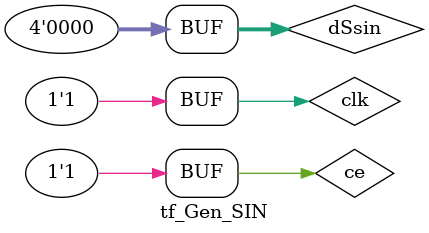
<source format=v>
`timescale 1ns / 1ps


module tf_Gen_SIN;

	// Inputs
	reg clk;
	reg ce;
	reg [3:0] dSsin;

	// Outputs
	wire S;
	wire [4:0] X;
	wire [11:0] Y;
	wire [11:0] SIN;
	wire [11:0] SIN_L;

	// Instantiate the Unit Under Test (UUT)
	Gen_SIN uut (
		.clk(clk), 
		.S(S), 
		.ce(ce), 
		.X(X), 
		.dSsin(dSsin), 
		.Y(Y), 
		.SIN(SIN), 
		.SIN_L(SIN_L)
	);
	parameter Tclk = 20; //Tclk=1/Fclk=1/50 mHz = 20 ns
	always begin clk=0 ; #(Tclk/2) clk=1; #(Tclk/2) ; end
	parameter Tce = 1000000/80; //1ms = 1kHz
	always begin ce = 0; #(Tce - Tclk) ce =1; #(Tclk); end
	
	initial begin
		// Initialize Inputs
		dSsin = 0;

		// Wait 100 ns for global reset to finish
		#100;
        
		// Add stimulus here

	end
      
endmodule


</source>
